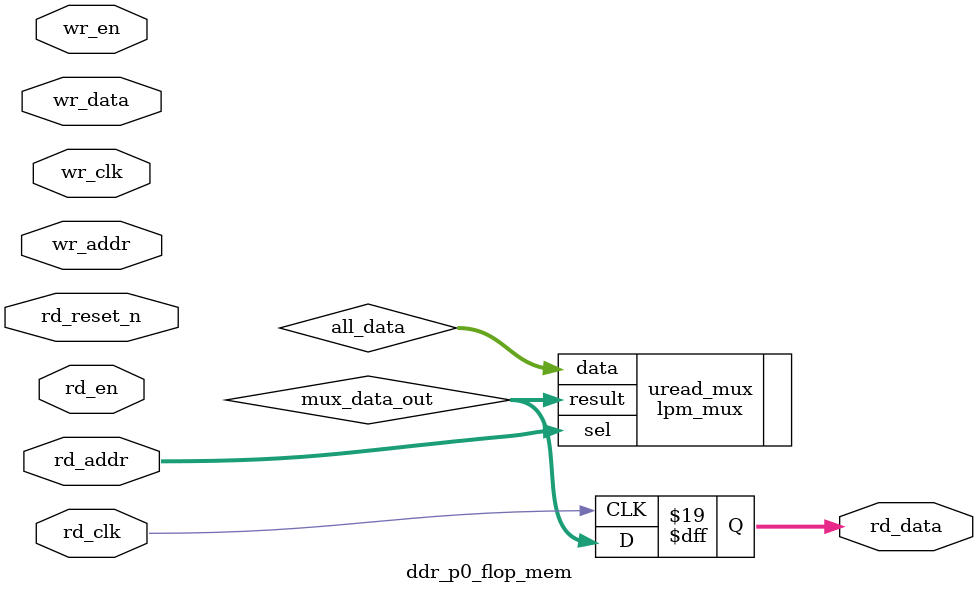
<source format=v>


(* altera_attribute = "-name ALLOW_SYNCH_CTRL_USAGE ON;-name AUTO_CLOCK_ENABLE_RECOGNITION ON" *)
module ddr_p0_flop_mem(
	wr_clk,
	wr_en,
	wr_addr,
	wr_data,
	rd_reset_n,
	rd_clk,
	rd_en,
	rd_addr,
	rd_data
);

parameter WRITE_MEM_DEPTH	= "";
parameter WRITE_ADDR_WIDTH	= "";
parameter WRITE_DATA_WIDTH	= "";
parameter READ_MEM_DEPTH	= "";
parameter READ_ADDR_WIDTH	= "";		 
parameter READ_DATA_WIDTH	= "";


input	wr_clk;
input	wr_en;
input	[WRITE_ADDR_WIDTH-1:0] wr_addr;
input	[WRITE_DATA_WIDTH-1:0] wr_data;
input	rd_reset_n;
input	rd_clk;
input	rd_en;
input	[READ_ADDR_WIDTH-1:0] rd_addr;
output	[READ_DATA_WIDTH-1:0] rd_data;



wire	[WRITE_MEM_DEPTH-1:0] wr_decode;
wire	[WRITE_DATA_WIDTH*WRITE_MEM_DEPTH-1:0] all_data;
wire	[READ_DATA_WIDTH-1:0] mux_data_out;



// declare a memory with WRITE_MEM_DEPTH entries
// each entry contains a data size of WRITE_DATA_WIDTH
reg	[WRITE_DATA_WIDTH-1:0] data_stored [0:WRITE_MEM_DEPTH-1] /* synthesis syn_preserve = 1 */;
reg	[READ_DATA_WIDTH-1:0] rd_data;

always @(posedge wr_clk)
begin
	if(wr_en)
		data_stored[wr_addr] <= wr_data;
end

generate
genvar entry;

	for (entry=0; entry < WRITE_MEM_DEPTH; entry=entry+1)
	begin: mem_location
		assign all_data[(WRITE_DATA_WIDTH*(entry+1)-1) : (WRITE_DATA_WIDTH*entry)] = data_stored[entry]; 
	end
endgenerate

	// mux to select the correct output data based on read address
	lpm_mux	uread_mux(
		.sel (rd_addr),
		.data (all_data),
		.result (mux_data_out)
		// synopsys translate_off
		,
		.aclr (),
		.clken (),
		.clock ()
		// synopsys translate_on
		);
     defparam uread_mux.lpm_size = READ_MEM_DEPTH;
     defparam uread_mux.lpm_type = "LPM_MUX";
     defparam uread_mux.lpm_width = READ_DATA_WIDTH;
     defparam uread_mux.lpm_widths = READ_ADDR_WIDTH;

	
	
	
	
	always @(posedge rd_clk)	
	begin
		rd_data <= mux_data_out;
	end

endmodule

</source>
